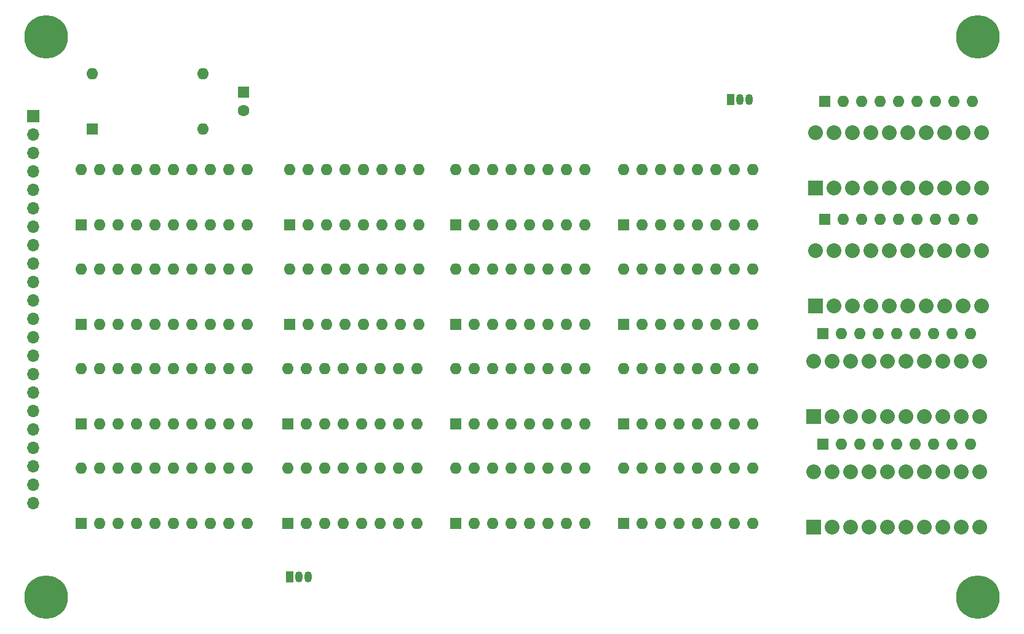
<source format=gbr>
%TF.GenerationSoftware,KiCad,Pcbnew,(5.1.10-1-10_14)*%
%TF.CreationDate,2021-08-16T01:31:51-04:00*%
%TF.ProjectId,sound,736f756e-642e-46b6-9963-61645f706362,rev?*%
%TF.SameCoordinates,Original*%
%TF.FileFunction,Soldermask,Bot*%
%TF.FilePolarity,Negative*%
%FSLAX46Y46*%
G04 Gerber Fmt 4.6, Leading zero omitted, Abs format (unit mm)*
G04 Created by KiCad (PCBNEW (5.1.10-1-10_14)) date 2021-08-16 01:31:51*
%MOMM*%
%LPD*%
G01*
G04 APERTURE LIST*
%ADD10C,6.000000*%
%ADD11C,0.800000*%
%ADD12O,1.600000X1.600000*%
%ADD13R,1.600000X1.600000*%
%ADD14R,1.050000X1.500000*%
%ADD15O,1.050000X1.500000*%
%ADD16O,1.700000X1.700000*%
%ADD17R,1.700000X1.700000*%
%ADD18C,2.032000*%
%ADD19R,2.032000X2.032000*%
%ADD20C,1.600000*%
G04 APERTURE END LIST*
D10*
%TO.C,REF\u002A\u002A*%
X264160000Y-105410000D03*
D11*
X266410000Y-105410000D03*
X265750990Y-107000990D03*
X264160000Y-107660000D03*
X262569010Y-107000990D03*
X261910000Y-105410000D03*
X262569010Y-103819010D03*
X264160000Y-103160000D03*
X265750990Y-103819010D03*
%TD*%
%TO.C,REF\u002A\u002A*%
X265750990Y-26603010D03*
X264160000Y-25944000D03*
X262569010Y-26603010D03*
X261910000Y-28194000D03*
X262569010Y-29784990D03*
X264160000Y-30444000D03*
X265750990Y-29784990D03*
X266410000Y-28194000D03*
D10*
X264160000Y-28194000D03*
%TD*%
D12*
%TO.C,U16*%
X215392000Y-60198000D03*
X233172000Y-67818000D03*
X217932000Y-60198000D03*
X230632000Y-67818000D03*
X220472000Y-60198000D03*
X228092000Y-67818000D03*
X223012000Y-60198000D03*
X225552000Y-67818000D03*
X225552000Y-60198000D03*
X223012000Y-67818000D03*
X228092000Y-60198000D03*
X220472000Y-67818000D03*
X230632000Y-60198000D03*
X217932000Y-67818000D03*
X233172000Y-60198000D03*
D13*
X215392000Y-67818000D03*
%TD*%
D12*
%TO.C,U15*%
X192278000Y-60198000D03*
X210058000Y-67818000D03*
X194818000Y-60198000D03*
X207518000Y-67818000D03*
X197358000Y-60198000D03*
X204978000Y-67818000D03*
X199898000Y-60198000D03*
X202438000Y-67818000D03*
X202438000Y-60198000D03*
X199898000Y-67818000D03*
X204978000Y-60198000D03*
X197358000Y-67818000D03*
X207518000Y-60198000D03*
X194818000Y-67818000D03*
X210058000Y-60198000D03*
D13*
X192278000Y-67818000D03*
%TD*%
D12*
%TO.C,U14*%
X169418000Y-60198000D03*
X187198000Y-67818000D03*
X171958000Y-60198000D03*
X184658000Y-67818000D03*
X174498000Y-60198000D03*
X182118000Y-67818000D03*
X177038000Y-60198000D03*
X179578000Y-67818000D03*
X179578000Y-60198000D03*
X177038000Y-67818000D03*
X182118000Y-60198000D03*
X174498000Y-67818000D03*
X184658000Y-60198000D03*
X171958000Y-67818000D03*
X187198000Y-60198000D03*
D13*
X169418000Y-67818000D03*
%TD*%
D12*
%TO.C,U13*%
X140716000Y-60198000D03*
X163576000Y-67818000D03*
X143256000Y-60198000D03*
X161036000Y-67818000D03*
X145796000Y-60198000D03*
X158496000Y-67818000D03*
X148336000Y-60198000D03*
X155956000Y-67818000D03*
X150876000Y-60198000D03*
X153416000Y-67818000D03*
X153416000Y-60198000D03*
X150876000Y-67818000D03*
X155956000Y-60198000D03*
X148336000Y-67818000D03*
X158496000Y-60198000D03*
X145796000Y-67818000D03*
X161036000Y-60198000D03*
X143256000Y-67818000D03*
X163576000Y-60198000D03*
D13*
X140716000Y-67818000D03*
%TD*%
D12*
%TO.C,U12*%
X215392000Y-46482000D03*
X233172000Y-54102000D03*
X217932000Y-46482000D03*
X230632000Y-54102000D03*
X220472000Y-46482000D03*
X228092000Y-54102000D03*
X223012000Y-46482000D03*
X225552000Y-54102000D03*
X225552000Y-46482000D03*
X223012000Y-54102000D03*
X228092000Y-46482000D03*
X220472000Y-54102000D03*
X230632000Y-46482000D03*
X217932000Y-54102000D03*
X233172000Y-46482000D03*
D13*
X215392000Y-54102000D03*
%TD*%
D12*
%TO.C,U11*%
X140716000Y-46482000D03*
X163576000Y-54102000D03*
X143256000Y-46482000D03*
X161036000Y-54102000D03*
X145796000Y-46482000D03*
X158496000Y-54102000D03*
X148336000Y-46482000D03*
X155956000Y-54102000D03*
X150876000Y-46482000D03*
X153416000Y-54102000D03*
X153416000Y-46482000D03*
X150876000Y-54102000D03*
X155956000Y-46482000D03*
X148336000Y-54102000D03*
X158496000Y-46482000D03*
X145796000Y-54102000D03*
X161036000Y-46482000D03*
X143256000Y-54102000D03*
X163576000Y-46482000D03*
D13*
X140716000Y-54102000D03*
%TD*%
D12*
%TO.C,U7*%
X192278000Y-46482000D03*
X210058000Y-54102000D03*
X194818000Y-46482000D03*
X207518000Y-54102000D03*
X197358000Y-46482000D03*
X204978000Y-54102000D03*
X199898000Y-46482000D03*
X202438000Y-54102000D03*
X202438000Y-46482000D03*
X199898000Y-54102000D03*
X204978000Y-46482000D03*
X197358000Y-54102000D03*
X207518000Y-46482000D03*
X194818000Y-54102000D03*
X210058000Y-46482000D03*
D13*
X192278000Y-54102000D03*
%TD*%
D12*
%TO.C,U5*%
X169418000Y-46482000D03*
X187198000Y-54102000D03*
X171958000Y-46482000D03*
X184658000Y-54102000D03*
X174498000Y-46482000D03*
X182118000Y-54102000D03*
X177038000Y-46482000D03*
X179578000Y-54102000D03*
X179578000Y-46482000D03*
X177038000Y-54102000D03*
X182118000Y-46482000D03*
X174498000Y-54102000D03*
X184658000Y-46482000D03*
X171958000Y-54102000D03*
X187198000Y-46482000D03*
D13*
X169418000Y-54102000D03*
%TD*%
D12*
%TO.C,RN4*%
X263398000Y-37084000D03*
X260858000Y-37084000D03*
X258318000Y-37084000D03*
X255778000Y-37084000D03*
X253238000Y-37084000D03*
X250698000Y-37084000D03*
X248158000Y-37084000D03*
X245618000Y-37084000D03*
D13*
X243078000Y-37084000D03*
%TD*%
D12*
%TO.C,RN3*%
X263398000Y-53340000D03*
X260858000Y-53340000D03*
X258318000Y-53340000D03*
X255778000Y-53340000D03*
X253238000Y-53340000D03*
X250698000Y-53340000D03*
X248158000Y-53340000D03*
X245618000Y-53340000D03*
D13*
X243078000Y-53340000D03*
%TD*%
D14*
%TO.C,Q2*%
X230124000Y-36830000D03*
D15*
X232664000Y-36830000D03*
X231394000Y-36830000D03*
%TD*%
D16*
%TO.C,J69*%
X134112000Y-92456000D03*
X134112000Y-89916000D03*
X134112000Y-87376000D03*
X134112000Y-84836000D03*
X134112000Y-82296000D03*
X134112000Y-79756000D03*
X134112000Y-77216000D03*
X134112000Y-74676000D03*
X134112000Y-72136000D03*
X134112000Y-69596000D03*
X134112000Y-67056000D03*
X134112000Y-64516000D03*
X134112000Y-61976000D03*
X134112000Y-59436000D03*
X134112000Y-56896000D03*
X134112000Y-54356000D03*
X134112000Y-51816000D03*
X134112000Y-49276000D03*
X134112000Y-46736000D03*
X134112000Y-44196000D03*
X134112000Y-41656000D03*
D17*
X134112000Y-39116000D03*
%TD*%
D18*
%TO.C,BAR4*%
X241808000Y-41402000D03*
X244348000Y-41402000D03*
X246888000Y-41402000D03*
X249428000Y-41402000D03*
X262128000Y-49022000D03*
X264668000Y-49022000D03*
X264668000Y-41402000D03*
X262128000Y-41402000D03*
X259588000Y-49022000D03*
X257048000Y-49022000D03*
X254508000Y-49022000D03*
X251968000Y-49022000D03*
X251968000Y-41402000D03*
X254508000Y-41402000D03*
X257048000Y-41402000D03*
X259588000Y-41402000D03*
X249428000Y-49022000D03*
X246888000Y-49022000D03*
X244348000Y-49022000D03*
D19*
X241808000Y-49022000D03*
%TD*%
D18*
%TO.C,BAR3*%
X241808000Y-57658000D03*
X244348000Y-57658000D03*
X246888000Y-57658000D03*
X249428000Y-57658000D03*
X262128000Y-65278000D03*
X264668000Y-65278000D03*
X264668000Y-57658000D03*
X262128000Y-57658000D03*
X259588000Y-65278000D03*
X257048000Y-65278000D03*
X254508000Y-65278000D03*
X251968000Y-65278000D03*
X251968000Y-57658000D03*
X254508000Y-57658000D03*
X257048000Y-57658000D03*
X259588000Y-57658000D03*
X249428000Y-65278000D03*
X246888000Y-65278000D03*
X244348000Y-65278000D03*
D19*
X241808000Y-65278000D03*
%TD*%
D10*
%TO.C,REF\u002A\u002A*%
X135890000Y-28194000D03*
D11*
X138140000Y-28194000D03*
X137480990Y-29784990D03*
X135890000Y-30444000D03*
X134299010Y-29784990D03*
X133640000Y-28194000D03*
X134299010Y-26603010D03*
X135890000Y-25944000D03*
X137480990Y-26603010D03*
%TD*%
%TO.C,REF\u002A\u002A*%
X137480990Y-103819010D03*
X135890000Y-103160000D03*
X134299010Y-103819010D03*
X133640000Y-105410000D03*
X134299010Y-107000990D03*
X135890000Y-107660000D03*
X137480990Y-107000990D03*
X138140000Y-105410000D03*
D10*
X135890000Y-105410000D03*
%TD*%
D12*
%TO.C,RN2*%
X263144000Y-69088000D03*
X260604000Y-69088000D03*
X258064000Y-69088000D03*
X255524000Y-69088000D03*
X252984000Y-69088000D03*
X250444000Y-69088000D03*
X247904000Y-69088000D03*
X245364000Y-69088000D03*
D13*
X242824000Y-69088000D03*
%TD*%
D12*
%TO.C,RN1*%
X263144000Y-84328000D03*
X260604000Y-84328000D03*
X258064000Y-84328000D03*
X255524000Y-84328000D03*
X252984000Y-84328000D03*
X250444000Y-84328000D03*
X247904000Y-84328000D03*
X245364000Y-84328000D03*
D13*
X242824000Y-84328000D03*
%TD*%
D18*
%TO.C,BAR2*%
X241554000Y-72898000D03*
X244094000Y-72898000D03*
X246634000Y-72898000D03*
X249174000Y-72898000D03*
X261874000Y-80518000D03*
X264414000Y-80518000D03*
X264414000Y-72898000D03*
X261874000Y-72898000D03*
X259334000Y-80518000D03*
X256794000Y-80518000D03*
X254254000Y-80518000D03*
X251714000Y-80518000D03*
X251714000Y-72898000D03*
X254254000Y-72898000D03*
X256794000Y-72898000D03*
X259334000Y-72898000D03*
X249174000Y-80518000D03*
X246634000Y-80518000D03*
X244094000Y-80518000D03*
D19*
X241554000Y-80518000D03*
%TD*%
D18*
%TO.C,BAR1*%
X241554000Y-88138000D03*
X244094000Y-88138000D03*
X246634000Y-88138000D03*
X249174000Y-88138000D03*
X261874000Y-95758000D03*
X264414000Y-95758000D03*
X264414000Y-88138000D03*
X261874000Y-88138000D03*
X259334000Y-95758000D03*
X256794000Y-95758000D03*
X254254000Y-95758000D03*
X251714000Y-95758000D03*
X251714000Y-88138000D03*
X254254000Y-88138000D03*
X256794000Y-88138000D03*
X259334000Y-88138000D03*
X249174000Y-95758000D03*
X246634000Y-95758000D03*
X244094000Y-95758000D03*
D19*
X241554000Y-95758000D03*
%TD*%
D12*
%TO.C,U3*%
X140716000Y-87630000D03*
X163576000Y-95250000D03*
X143256000Y-87630000D03*
X161036000Y-95250000D03*
X145796000Y-87630000D03*
X158496000Y-95250000D03*
X148336000Y-87630000D03*
X155956000Y-95250000D03*
X150876000Y-87630000D03*
X153416000Y-95250000D03*
X153416000Y-87630000D03*
X150876000Y-95250000D03*
X155956000Y-87630000D03*
X148336000Y-95250000D03*
X158496000Y-87630000D03*
X145796000Y-95250000D03*
X161036000Y-87630000D03*
X143256000Y-95250000D03*
X163576000Y-87630000D03*
D13*
X140716000Y-95250000D03*
%TD*%
D12*
%TO.C,U1*%
X140716000Y-73914000D03*
X163576000Y-81534000D03*
X143256000Y-73914000D03*
X161036000Y-81534000D03*
X145796000Y-73914000D03*
X158496000Y-81534000D03*
X148336000Y-73914000D03*
X155956000Y-81534000D03*
X150876000Y-73914000D03*
X153416000Y-81534000D03*
X153416000Y-73914000D03*
X150876000Y-81534000D03*
X155956000Y-73914000D03*
X148336000Y-81534000D03*
X158496000Y-73914000D03*
X145796000Y-81534000D03*
X161036000Y-73914000D03*
X143256000Y-81534000D03*
X163576000Y-73914000D03*
D13*
X140716000Y-81534000D03*
%TD*%
D14*
%TO.C,Q1*%
X169418000Y-102616000D03*
D15*
X171958000Y-102616000D03*
X170688000Y-102616000D03*
%TD*%
D13*
%TO.C,Y1*%
X142240000Y-40894000D03*
D12*
X157480000Y-33274000D03*
X157480000Y-40894000D03*
X142240000Y-33274000D03*
%TD*%
%TO.C,U9*%
X215392000Y-87630000D03*
X233172000Y-95250000D03*
X217932000Y-87630000D03*
X230632000Y-95250000D03*
X220472000Y-87630000D03*
X228092000Y-95250000D03*
X223012000Y-87630000D03*
X225552000Y-95250000D03*
X225552000Y-87630000D03*
X223012000Y-95250000D03*
X228092000Y-87630000D03*
X220472000Y-95250000D03*
X230632000Y-87630000D03*
X217932000Y-95250000D03*
X233172000Y-87630000D03*
D13*
X215392000Y-95250000D03*
%TD*%
D12*
%TO.C,U10*%
X192278000Y-87630000D03*
X210058000Y-95250000D03*
X194818000Y-87630000D03*
X207518000Y-95250000D03*
X197358000Y-87630000D03*
X204978000Y-95250000D03*
X199898000Y-87630000D03*
X202438000Y-95250000D03*
X202438000Y-87630000D03*
X199898000Y-95250000D03*
X204978000Y-87630000D03*
X197358000Y-95250000D03*
X207518000Y-87630000D03*
X194818000Y-95250000D03*
X210058000Y-87630000D03*
D13*
X192278000Y-95250000D03*
%TD*%
D12*
%TO.C,U8*%
X169164000Y-87630000D03*
X186944000Y-95250000D03*
X171704000Y-87630000D03*
X184404000Y-95250000D03*
X174244000Y-87630000D03*
X181864000Y-95250000D03*
X176784000Y-87630000D03*
X179324000Y-95250000D03*
X179324000Y-87630000D03*
X176784000Y-95250000D03*
X181864000Y-87630000D03*
X174244000Y-95250000D03*
X184404000Y-87630000D03*
X171704000Y-95250000D03*
X186944000Y-87630000D03*
D13*
X169164000Y-95250000D03*
%TD*%
D12*
%TO.C,U6*%
X215392000Y-73914000D03*
X233172000Y-81534000D03*
X217932000Y-73914000D03*
X230632000Y-81534000D03*
X220472000Y-73914000D03*
X228092000Y-81534000D03*
X223012000Y-73914000D03*
X225552000Y-81534000D03*
X225552000Y-73914000D03*
X223012000Y-81534000D03*
X228092000Y-73914000D03*
X220472000Y-81534000D03*
X230632000Y-73914000D03*
X217932000Y-81534000D03*
X233172000Y-73914000D03*
D13*
X215392000Y-81534000D03*
%TD*%
D12*
%TO.C,U4*%
X192278000Y-73914000D03*
X210058000Y-81534000D03*
X194818000Y-73914000D03*
X207518000Y-81534000D03*
X197358000Y-73914000D03*
X204978000Y-81534000D03*
X199898000Y-73914000D03*
X202438000Y-81534000D03*
X202438000Y-73914000D03*
X199898000Y-81534000D03*
X204978000Y-73914000D03*
X197358000Y-81534000D03*
X207518000Y-73914000D03*
X194818000Y-81534000D03*
X210058000Y-73914000D03*
D13*
X192278000Y-81534000D03*
%TD*%
D12*
%TO.C,U2*%
X169164000Y-73914000D03*
X186944000Y-81534000D03*
X171704000Y-73914000D03*
X184404000Y-81534000D03*
X174244000Y-73914000D03*
X181864000Y-81534000D03*
X176784000Y-73914000D03*
X179324000Y-81534000D03*
X179324000Y-73914000D03*
X176784000Y-81534000D03*
X181864000Y-73914000D03*
X174244000Y-81534000D03*
X184404000Y-73914000D03*
X171704000Y-81534000D03*
X186944000Y-73914000D03*
D13*
X169164000Y-81534000D03*
%TD*%
D20*
%TO.C,C32*%
X163068000Y-38314000D03*
D13*
X163068000Y-35814000D03*
%TD*%
M02*

</source>
